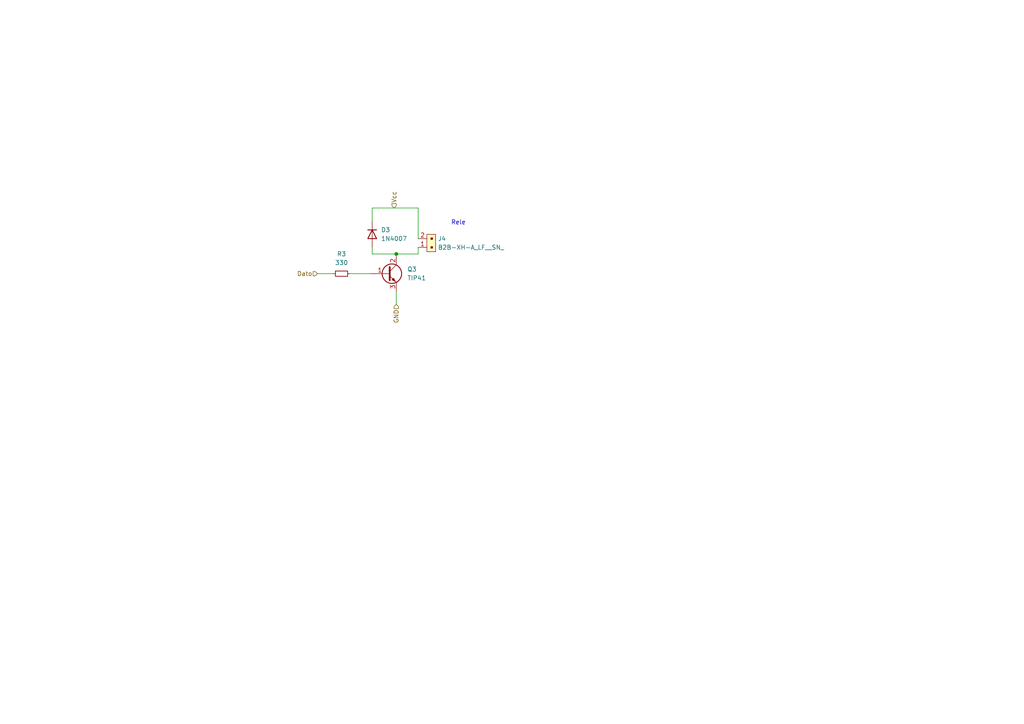
<source format=kicad_sch>
(kicad_sch (version 20230121) (generator eeschema)
  (paper "A4")
  (lib_symbols
    (symbol "Device:R_Small" (pin_numbers hide) (pin_names (offset 0.254) hide)
      (property "Reference" "R" (at 0.762 0.508 0))
      (property "Value" "R_Small" (at 0.762 -1.016 0))
      (symbol "R_Small_0_1"
        (rectangle (start -0.762 1.778) (end 0.762 -1.778) (stroke (width 0.2032)))
      )
      (symbol "R_Small_1_1"
        (pin passive line (at 0 2.54 270) (length 0.762) (name "~") (number "1"))
        (pin passive line (at 0 -2.54 90) (length 0.762) (name "~") (number "2"))
      )
    )
    (symbol "Diode:1N4007" (pin_numbers hide) (pin_names hide)
      (property "Reference" "D" (at 0 2.54 0))
      (property "Value" "1N4007" (at 0 -2.54 0))
      (symbol "1N4007_0_1"
        (polyline (pts (xy -1.27 1.27) (xy -1.27 -1.27)) (stroke (width 0.254)))
        (polyline (pts (xy 1.27 0) (xy -1.27 0)))
        (polyline (pts (xy 1.27 1.27) (xy 1.27 -1.27) (xy -1.27 0) (xy 1.27 1.27)) (stroke (width 0.254)))
      )
      (symbol "1N4007_1_1"
        (pin passive line (at -3.81 0 0) (length 2.54) (name "K") (number "1"))
        (pin passive line (at 3.81 0 180) (length 2.54) (name "A") (number "2"))
      )
    )
    (symbol "Transistor_BJT:TIP41" (pin_names (offset 0) hide)
      (property "Reference" "Q" (at 6.35 1.905 0))
      (property "Value" "TIP41" (at 6.35 0 0))
      (symbol "TIP41_0_1"
        (polyline (pts (xy 0.635 0.635) (xy 2.54 2.54)))
        (polyline (pts (xy 0.635 -0.635) (xy 2.54 -2.54) (xy 2.54 -2.54)))
        (polyline (pts (xy 0.635 1.905) (xy 0.635 -1.905) (xy 0.635 -1.905)) (stroke (width 0.508)))
        (polyline (pts (xy 1.27 -1.778) (xy 1.778 -1.27) (xy 2.286 -2.286) (xy 1.27 -1.778) (xy 1.27 -1.778)) (fill (type outline)))
        (circle (center 1.27 0) (radius 2.8194) (stroke (width 0.254)))
      )
      (symbol "TIP41_1_1"
        (pin input line (at -5.08 0 0) (length 5.715) (name "B") (number "1"))
        (pin passive line (at 2.54 5.08 270) (length 2.54) (name "C") (number "2"))
        (pin passive line (at 2.54 -5.08 90) (length 2.54) (name "E") (number "3"))
      )
    )
    (symbol "dk_Rectangular-Connectors-Headers-Male-Pins:B2B-XH-A_LF__SN_" (pin_names (offset 1.016))
      (property "Reference" "J" (at -2.54 -1.27 0))
      (property "Value" "B2B-XH-A_LF__SN_" (at 1.27 -3.81 0))
      (symbol "B2B-XH-A_LF__SN__1_1"
        (rectangle (start -1.27 0) (end 3.81 -2.54) (fill (type background)))
        (rectangle (start -0.254 -1.143) (end 0.254 -1.651) (fill (type outline)))
        (rectangle (start 2.286 -1.143) (end 2.794 -1.651) (fill (type outline)))
        (pin passive line (at 0 2.54 270) (length 2.54) (name "~") (number "1"))
        (pin passive line (at 2.54 2.54 270) (length 2.54) (name "~") (number "2"))
      )
    )
  )
  (junction (at 114.935 73.66))
  (wire (pts (xy 107.95 73.66) (xy 114.935 73.66)))
  (wire (pts (xy 114.935 84.455) (xy 114.935 88.265)))
  (wire (pts (xy 121.285 71.755) (xy 121.285 73.66)))
  (wire (pts (xy 114.935 74.295) (xy 114.935 73.66)))
  (wire (pts (xy 107.95 60.325) (xy 121.285 60.325)))
  (wire (pts (xy 121.285 69.215) (xy 121.285 60.325)))
  (wire (pts (xy 107.95 60.325) (xy 107.95 64.135)))
  (wire (pts (xy 92.075 79.375) (xy 96.52 79.375)))
  (wire (pts (xy 107.95 73.66) (xy 107.95 71.755)))
  (wire (pts (xy 114.935 73.66) (xy 121.285 73.66)))
  (wire (pts (xy 101.6 79.375) (xy 107.315 79.375)))
  (text "Rele \n" (at 130.81 65.405 0) (effects (font (size 1.27 1.27)) (justify left bottom)))
  (hierarchical_label "GND" (shape input) (at 114.935 88.265 270))
  (hierarchical_label "Vcc" (shape input) (at 114.3 60.325 90))
  (hierarchical_label "Dato" (shape input) (at 92.075 79.375 180))
  (symbol (lib_id "Device:R_Small") (at 99.06 79.375 90) (unit 1)
    (property "Reference" "R3" (at 99.06 73.66 90))
    (property "Value" "330" (at 99.06 76.2 90))
    (property "Footprint" "Resistor_SMD:R_1206_3216Metric" (effects hide))
  )
  (symbol (lib_id "dk_Rectangular-Connectors-Headers-Male-Pins:B2B-XH-A_LF__SN_") (at 123.825 71.755 90) (unit 1)
    (property "Reference" "J4" (at 127 69.215 90) (effects (justify right)))
    (property "Value" "B2B-XH-A_LF__SN_" (at 127 71.755 90) (effects (justify right)))
    (property "Footprint" "digikey-footprints:PinHeader_1x2_P2.5mm_Drill1.1mm" (effects hide))
    (property "Datasheet" "http://www.jst-mfg.com/product/pdf/eng/eXH.pdf" (effects hide))
    (property "Digi-Key_PN" "455-2247-ND" (effects hide))
    (property "MPN" "B2B-XH-A(LF)(SN)" (effects hide))
    (property "Category" "Connectors, Interconnects" (effects hide))
    (property "Family" "Rectangular Connectors - Headers, Male Pins" (effects hide))
    (property "DK_Datasheet_Link" "http://www.jst-mfg.com/product/pdf/eng/eXH.pdf" (effects hide))
    (property "DK_Detail_Page" "/product-detail/en/jst-sales-america-inc/B2B-XH-A(LF)(SN)/455-2247-ND/1651045" (effects hide))
    (property "Description" "CONN HEADER VERT 2POS 2.5MM" (effects hide))
    (property "Manufacturer" "JST Sales America Inc." (effects hide))
    (property "Status" "Active" (effects hide))
  )
  (symbol (lib_id "Diode:1N4007") (at 107.95 67.945 270) (unit 1)
    (property "Reference" "D3" (at 110.49 66.675 90) (effects (justify left)))
    (property "Value" "1N4007" (at 110.49 69.215 90) (effects (justify left)))
    (property "Footprint" "Diode_THT:D_DO-41_SOD81_P10.16mm_Horizontal" (effects hide))
    (property "Datasheet" "http://www.vishay.com/docs/88503/1n4001.pdf" (effects hide))
    (property "Sim.Device" "D" (effects hide))
    (property "Sim.Pins" "1=K 2=A" (effects hide))
  )
  (symbol (lib_id "Transistor_BJT:TIP41") (at 112.395 79.375 0) (unit 1)
    (property "Reference" "Q3" (at 118.11 78.105 0) (effects (justify left)))
    (property "Value" "TIP41" (at 118.11 80.645 0) (effects (justify left)))
    (property "Footprint" "Package_TO_SOT_THT:TO-220-3_Vertical" (effects hide))
    (property "Datasheet" "https://www.centralsemi.com/get_document.php?cmp=1&mergetype=pd&mergepath=pd&pdf_id=tip41.PDF" (effects hide))
  )
)
</source>
